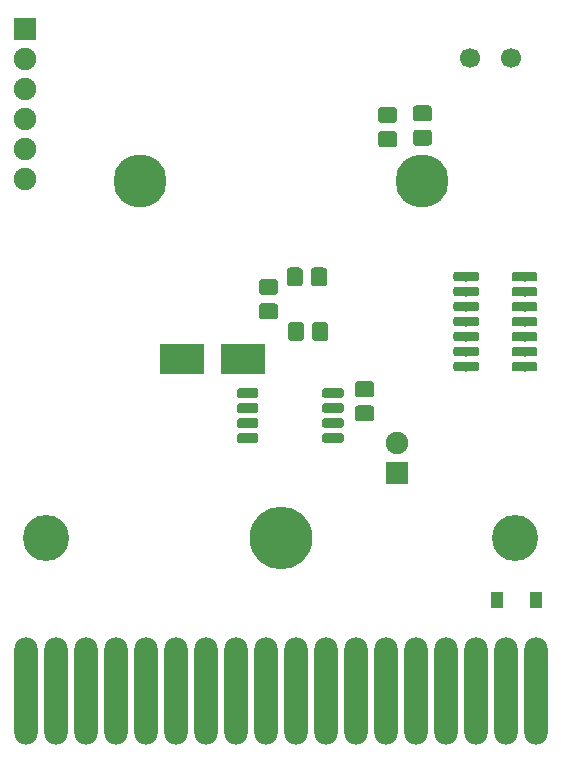
<source format=gts>
G04 #@! TF.GenerationSoftware,KiCad,Pcbnew,(5.1.4-0)*
G04 #@! TF.CreationDate,2019-11-27T14:08:46-06:00*
G04 #@! TF.ProjectId,veccart,76656363-6172-4742-9e6b-696361645f70,rev?*
G04 #@! TF.SameCoordinates,Original*
G04 #@! TF.FileFunction,Soldermask,Top*
G04 #@! TF.FilePolarity,Negative*
%FSLAX46Y46*%
G04 Gerber Fmt 4.6, Leading zero omitted, Abs format (unit mm)*
G04 Created by KiCad (PCBNEW (5.1.4-0)) date 2019-11-27 14:08:46*
%MOMM*%
%LPD*%
G04 APERTURE LIST*
%ADD10C,1.700000*%
%ADD11C,4.500000*%
%ADD12C,3.900000*%
%ADD13C,5.300000*%
%ADD14O,1.900000X1.900000*%
%ADD15R,1.900000X1.900000*%
%ADD16R,3.700000X2.600000*%
%ADD17O,1.978000X9.090000*%
%ADD18C,0.100000*%
%ADD19C,1.350000*%
%ADD20R,1.100000X1.400000*%
%ADD21C,0.800000*%
G04 APERTURE END LIST*
D10*
X161194800Y-76994000D03*
X157694800Y-76994000D03*
D11*
X153628396Y-87398872D03*
X129728396Y-87398872D03*
D12*
X161528397Y-117598872D03*
D13*
X141688396Y-117598872D03*
D14*
X119989600Y-87274400D03*
X119989600Y-84734400D03*
X119989600Y-82194400D03*
X119989600Y-79654400D03*
X119989600Y-77114400D03*
D15*
X119989600Y-74574400D03*
D16*
X133280800Y-102489000D03*
X138480800Y-102489000D03*
D17*
X163278396Y-130598873D03*
X160738396Y-130598873D03*
X158198396Y-130598873D03*
X155658396Y-130598873D03*
X153118396Y-130598873D03*
X150578396Y-130598873D03*
X148038396Y-130598873D03*
X145498396Y-130598873D03*
X142958396Y-130598873D03*
X140418396Y-130598873D03*
X137878396Y-130598873D03*
X135338396Y-130598873D03*
X132798396Y-130598873D03*
X130258396Y-130598873D03*
X127718396Y-130598873D03*
X125178396Y-130598873D03*
X122638396Y-130598873D03*
X120098396Y-130598873D03*
D14*
X151536400Y-109601000D03*
D15*
X151536400Y-112141000D03*
D18*
G36*
X154205289Y-83062813D02*
G01*
X154233778Y-83067039D01*
X154261715Y-83074037D01*
X154288832Y-83083740D01*
X154314867Y-83096053D01*
X154339570Y-83110860D01*
X154362703Y-83128016D01*
X154384043Y-83147357D01*
X154403384Y-83168697D01*
X154420540Y-83191830D01*
X154435347Y-83216533D01*
X154447660Y-83242568D01*
X154457363Y-83269685D01*
X154464361Y-83297622D01*
X154468587Y-83326111D01*
X154470000Y-83354877D01*
X154470000Y-84117923D01*
X154468587Y-84146689D01*
X154464361Y-84175178D01*
X154457363Y-84203115D01*
X154447660Y-84230232D01*
X154435347Y-84256267D01*
X154420540Y-84280970D01*
X154403384Y-84304103D01*
X154384043Y-84325443D01*
X154362703Y-84344784D01*
X154339570Y-84361940D01*
X154314867Y-84376747D01*
X154288832Y-84389060D01*
X154261715Y-84398763D01*
X154233778Y-84405761D01*
X154205289Y-84409987D01*
X154176523Y-84411400D01*
X153163477Y-84411400D01*
X153134711Y-84409987D01*
X153106222Y-84405761D01*
X153078285Y-84398763D01*
X153051168Y-84389060D01*
X153025133Y-84376747D01*
X153000430Y-84361940D01*
X152977297Y-84344784D01*
X152955957Y-84325443D01*
X152936616Y-84304103D01*
X152919460Y-84280970D01*
X152904653Y-84256267D01*
X152892340Y-84230232D01*
X152882637Y-84203115D01*
X152875639Y-84175178D01*
X152871413Y-84146689D01*
X152870000Y-84117923D01*
X152870000Y-83354877D01*
X152871413Y-83326111D01*
X152875639Y-83297622D01*
X152882637Y-83269685D01*
X152892340Y-83242568D01*
X152904653Y-83216533D01*
X152919460Y-83191830D01*
X152936616Y-83168697D01*
X152955957Y-83147357D01*
X152977297Y-83128016D01*
X153000430Y-83110860D01*
X153025133Y-83096053D01*
X153051168Y-83083740D01*
X153078285Y-83074037D01*
X153106222Y-83067039D01*
X153134711Y-83062813D01*
X153163477Y-83061400D01*
X154176523Y-83061400D01*
X154205289Y-83062813D01*
X154205289Y-83062813D01*
G37*
D19*
X153670000Y-83736400D03*
D18*
G36*
X154205289Y-81012813D02*
G01*
X154233778Y-81017039D01*
X154261715Y-81024037D01*
X154288832Y-81033740D01*
X154314867Y-81046053D01*
X154339570Y-81060860D01*
X154362703Y-81078016D01*
X154384043Y-81097357D01*
X154403384Y-81118697D01*
X154420540Y-81141830D01*
X154435347Y-81166533D01*
X154447660Y-81192568D01*
X154457363Y-81219685D01*
X154464361Y-81247622D01*
X154468587Y-81276111D01*
X154470000Y-81304877D01*
X154470000Y-82067923D01*
X154468587Y-82096689D01*
X154464361Y-82125178D01*
X154457363Y-82153115D01*
X154447660Y-82180232D01*
X154435347Y-82206267D01*
X154420540Y-82230970D01*
X154403384Y-82254103D01*
X154384043Y-82275443D01*
X154362703Y-82294784D01*
X154339570Y-82311940D01*
X154314867Y-82326747D01*
X154288832Y-82339060D01*
X154261715Y-82348763D01*
X154233778Y-82355761D01*
X154205289Y-82359987D01*
X154176523Y-82361400D01*
X153163477Y-82361400D01*
X153134711Y-82359987D01*
X153106222Y-82355761D01*
X153078285Y-82348763D01*
X153051168Y-82339060D01*
X153025133Y-82326747D01*
X153000430Y-82311940D01*
X152977297Y-82294784D01*
X152955957Y-82275443D01*
X152936616Y-82254103D01*
X152919460Y-82230970D01*
X152904653Y-82206267D01*
X152892340Y-82180232D01*
X152882637Y-82153115D01*
X152875639Y-82125178D01*
X152871413Y-82096689D01*
X152870000Y-82067923D01*
X152870000Y-81304877D01*
X152871413Y-81276111D01*
X152875639Y-81247622D01*
X152882637Y-81219685D01*
X152892340Y-81192568D01*
X152904653Y-81166533D01*
X152919460Y-81141830D01*
X152936616Y-81118697D01*
X152955957Y-81097357D01*
X152977297Y-81078016D01*
X153000430Y-81060860D01*
X153025133Y-81046053D01*
X153051168Y-81033740D01*
X153078285Y-81024037D01*
X153106222Y-81017039D01*
X153134711Y-81012813D01*
X153163477Y-81011400D01*
X154176523Y-81011400D01*
X154205289Y-81012813D01*
X154205289Y-81012813D01*
G37*
D19*
X153670000Y-81686400D03*
D18*
G36*
X151258889Y-81139813D02*
G01*
X151287378Y-81144039D01*
X151315315Y-81151037D01*
X151342432Y-81160740D01*
X151368467Y-81173053D01*
X151393170Y-81187860D01*
X151416303Y-81205016D01*
X151437643Y-81224357D01*
X151456984Y-81245697D01*
X151474140Y-81268830D01*
X151488947Y-81293533D01*
X151501260Y-81319568D01*
X151510963Y-81346685D01*
X151517961Y-81374622D01*
X151522187Y-81403111D01*
X151523600Y-81431877D01*
X151523600Y-82194923D01*
X151522187Y-82223689D01*
X151517961Y-82252178D01*
X151510963Y-82280115D01*
X151501260Y-82307232D01*
X151488947Y-82333267D01*
X151474140Y-82357970D01*
X151456984Y-82381103D01*
X151437643Y-82402443D01*
X151416303Y-82421784D01*
X151393170Y-82438940D01*
X151368467Y-82453747D01*
X151342432Y-82466060D01*
X151315315Y-82475763D01*
X151287378Y-82482761D01*
X151258889Y-82486987D01*
X151230123Y-82488400D01*
X150217077Y-82488400D01*
X150188311Y-82486987D01*
X150159822Y-82482761D01*
X150131885Y-82475763D01*
X150104768Y-82466060D01*
X150078733Y-82453747D01*
X150054030Y-82438940D01*
X150030897Y-82421784D01*
X150009557Y-82402443D01*
X149990216Y-82381103D01*
X149973060Y-82357970D01*
X149958253Y-82333267D01*
X149945940Y-82307232D01*
X149936237Y-82280115D01*
X149929239Y-82252178D01*
X149925013Y-82223689D01*
X149923600Y-82194923D01*
X149923600Y-81431877D01*
X149925013Y-81403111D01*
X149929239Y-81374622D01*
X149936237Y-81346685D01*
X149945940Y-81319568D01*
X149958253Y-81293533D01*
X149973060Y-81268830D01*
X149990216Y-81245697D01*
X150009557Y-81224357D01*
X150030897Y-81205016D01*
X150054030Y-81187860D01*
X150078733Y-81173053D01*
X150104768Y-81160740D01*
X150131885Y-81151037D01*
X150159822Y-81144039D01*
X150188311Y-81139813D01*
X150217077Y-81138400D01*
X151230123Y-81138400D01*
X151258889Y-81139813D01*
X151258889Y-81139813D01*
G37*
D19*
X150723600Y-81813400D03*
D18*
G36*
X151258889Y-83189813D02*
G01*
X151287378Y-83194039D01*
X151315315Y-83201037D01*
X151342432Y-83210740D01*
X151368467Y-83223053D01*
X151393170Y-83237860D01*
X151416303Y-83255016D01*
X151437643Y-83274357D01*
X151456984Y-83295697D01*
X151474140Y-83318830D01*
X151488947Y-83343533D01*
X151501260Y-83369568D01*
X151510963Y-83396685D01*
X151517961Y-83424622D01*
X151522187Y-83453111D01*
X151523600Y-83481877D01*
X151523600Y-84244923D01*
X151522187Y-84273689D01*
X151517961Y-84302178D01*
X151510963Y-84330115D01*
X151501260Y-84357232D01*
X151488947Y-84383267D01*
X151474140Y-84407970D01*
X151456984Y-84431103D01*
X151437643Y-84452443D01*
X151416303Y-84471784D01*
X151393170Y-84488940D01*
X151368467Y-84503747D01*
X151342432Y-84516060D01*
X151315315Y-84525763D01*
X151287378Y-84532761D01*
X151258889Y-84536987D01*
X151230123Y-84538400D01*
X150217077Y-84538400D01*
X150188311Y-84536987D01*
X150159822Y-84532761D01*
X150131885Y-84525763D01*
X150104768Y-84516060D01*
X150078733Y-84503747D01*
X150054030Y-84488940D01*
X150030897Y-84471784D01*
X150009557Y-84452443D01*
X149990216Y-84431103D01*
X149973060Y-84407970D01*
X149958253Y-84383267D01*
X149945940Y-84357232D01*
X149936237Y-84330115D01*
X149929239Y-84302178D01*
X149925013Y-84273689D01*
X149923600Y-84244923D01*
X149923600Y-83481877D01*
X149925013Y-83453111D01*
X149929239Y-83424622D01*
X149936237Y-83396685D01*
X149945940Y-83369568D01*
X149958253Y-83343533D01*
X149973060Y-83318830D01*
X149990216Y-83295697D01*
X150009557Y-83274357D01*
X150030897Y-83255016D01*
X150054030Y-83237860D01*
X150078733Y-83223053D01*
X150104768Y-83210740D01*
X150131885Y-83201037D01*
X150159822Y-83194039D01*
X150188311Y-83189813D01*
X150217077Y-83188400D01*
X151230123Y-83188400D01*
X151258889Y-83189813D01*
X151258889Y-83189813D01*
G37*
D19*
X150723600Y-83863400D03*
D18*
G36*
X143276289Y-94730813D02*
G01*
X143304778Y-94735039D01*
X143332715Y-94742037D01*
X143359832Y-94751740D01*
X143385867Y-94764053D01*
X143410570Y-94778860D01*
X143433703Y-94796016D01*
X143455043Y-94815357D01*
X143474384Y-94836697D01*
X143491540Y-94859830D01*
X143506347Y-94884533D01*
X143518660Y-94910568D01*
X143528363Y-94937685D01*
X143535361Y-94965622D01*
X143539587Y-94994111D01*
X143541000Y-95022877D01*
X143541000Y-96035923D01*
X143539587Y-96064689D01*
X143535361Y-96093178D01*
X143528363Y-96121115D01*
X143518660Y-96148232D01*
X143506347Y-96174267D01*
X143491540Y-96198970D01*
X143474384Y-96222103D01*
X143455043Y-96243443D01*
X143433703Y-96262784D01*
X143410570Y-96279940D01*
X143385867Y-96294747D01*
X143359832Y-96307060D01*
X143332715Y-96316763D01*
X143304778Y-96323761D01*
X143276289Y-96327987D01*
X143247523Y-96329400D01*
X142484477Y-96329400D01*
X142455711Y-96327987D01*
X142427222Y-96323761D01*
X142399285Y-96316763D01*
X142372168Y-96307060D01*
X142346133Y-96294747D01*
X142321430Y-96279940D01*
X142298297Y-96262784D01*
X142276957Y-96243443D01*
X142257616Y-96222103D01*
X142240460Y-96198970D01*
X142225653Y-96174267D01*
X142213340Y-96148232D01*
X142203637Y-96121115D01*
X142196639Y-96093178D01*
X142192413Y-96064689D01*
X142191000Y-96035923D01*
X142191000Y-95022877D01*
X142192413Y-94994111D01*
X142196639Y-94965622D01*
X142203637Y-94937685D01*
X142213340Y-94910568D01*
X142225653Y-94884533D01*
X142240460Y-94859830D01*
X142257616Y-94836697D01*
X142276957Y-94815357D01*
X142298297Y-94796016D01*
X142321430Y-94778860D01*
X142346133Y-94764053D01*
X142372168Y-94751740D01*
X142399285Y-94742037D01*
X142427222Y-94735039D01*
X142455711Y-94730813D01*
X142484477Y-94729400D01*
X143247523Y-94729400D01*
X143276289Y-94730813D01*
X143276289Y-94730813D01*
G37*
D19*
X142866000Y-95529400D03*
D18*
G36*
X145326289Y-94730813D02*
G01*
X145354778Y-94735039D01*
X145382715Y-94742037D01*
X145409832Y-94751740D01*
X145435867Y-94764053D01*
X145460570Y-94778860D01*
X145483703Y-94796016D01*
X145505043Y-94815357D01*
X145524384Y-94836697D01*
X145541540Y-94859830D01*
X145556347Y-94884533D01*
X145568660Y-94910568D01*
X145578363Y-94937685D01*
X145585361Y-94965622D01*
X145589587Y-94994111D01*
X145591000Y-95022877D01*
X145591000Y-96035923D01*
X145589587Y-96064689D01*
X145585361Y-96093178D01*
X145578363Y-96121115D01*
X145568660Y-96148232D01*
X145556347Y-96174267D01*
X145541540Y-96198970D01*
X145524384Y-96222103D01*
X145505043Y-96243443D01*
X145483703Y-96262784D01*
X145460570Y-96279940D01*
X145435867Y-96294747D01*
X145409832Y-96307060D01*
X145382715Y-96316763D01*
X145354778Y-96323761D01*
X145326289Y-96327987D01*
X145297523Y-96329400D01*
X144534477Y-96329400D01*
X144505711Y-96327987D01*
X144477222Y-96323761D01*
X144449285Y-96316763D01*
X144422168Y-96307060D01*
X144396133Y-96294747D01*
X144371430Y-96279940D01*
X144348297Y-96262784D01*
X144326957Y-96243443D01*
X144307616Y-96222103D01*
X144290460Y-96198970D01*
X144275653Y-96174267D01*
X144263340Y-96148232D01*
X144253637Y-96121115D01*
X144246639Y-96093178D01*
X144242413Y-96064689D01*
X144241000Y-96035923D01*
X144241000Y-95022877D01*
X144242413Y-94994111D01*
X144246639Y-94965622D01*
X144253637Y-94937685D01*
X144263340Y-94910568D01*
X144275653Y-94884533D01*
X144290460Y-94859830D01*
X144307616Y-94836697D01*
X144326957Y-94815357D01*
X144348297Y-94796016D01*
X144371430Y-94778860D01*
X144396133Y-94764053D01*
X144422168Y-94751740D01*
X144449285Y-94742037D01*
X144477222Y-94735039D01*
X144505711Y-94730813D01*
X144534477Y-94729400D01*
X145297523Y-94729400D01*
X145326289Y-94730813D01*
X145326289Y-94730813D01*
G37*
D19*
X144916000Y-95529400D03*
D18*
G36*
X141175089Y-97760413D02*
G01*
X141203578Y-97764639D01*
X141231515Y-97771637D01*
X141258632Y-97781340D01*
X141284667Y-97793653D01*
X141309370Y-97808460D01*
X141332503Y-97825616D01*
X141353843Y-97844957D01*
X141373184Y-97866297D01*
X141390340Y-97889430D01*
X141405147Y-97914133D01*
X141417460Y-97940168D01*
X141427163Y-97967285D01*
X141434161Y-97995222D01*
X141438387Y-98023711D01*
X141439800Y-98052477D01*
X141439800Y-98815523D01*
X141438387Y-98844289D01*
X141434161Y-98872778D01*
X141427163Y-98900715D01*
X141417460Y-98927832D01*
X141405147Y-98953867D01*
X141390340Y-98978570D01*
X141373184Y-99001703D01*
X141353843Y-99023043D01*
X141332503Y-99042384D01*
X141309370Y-99059540D01*
X141284667Y-99074347D01*
X141258632Y-99086660D01*
X141231515Y-99096363D01*
X141203578Y-99103361D01*
X141175089Y-99107587D01*
X141146323Y-99109000D01*
X140133277Y-99109000D01*
X140104511Y-99107587D01*
X140076022Y-99103361D01*
X140048085Y-99096363D01*
X140020968Y-99086660D01*
X139994933Y-99074347D01*
X139970230Y-99059540D01*
X139947097Y-99042384D01*
X139925757Y-99023043D01*
X139906416Y-99001703D01*
X139889260Y-98978570D01*
X139874453Y-98953867D01*
X139862140Y-98927832D01*
X139852437Y-98900715D01*
X139845439Y-98872778D01*
X139841213Y-98844289D01*
X139839800Y-98815523D01*
X139839800Y-98052477D01*
X139841213Y-98023711D01*
X139845439Y-97995222D01*
X139852437Y-97967285D01*
X139862140Y-97940168D01*
X139874453Y-97914133D01*
X139889260Y-97889430D01*
X139906416Y-97866297D01*
X139925757Y-97844957D01*
X139947097Y-97825616D01*
X139970230Y-97808460D01*
X139994933Y-97793653D01*
X140020968Y-97781340D01*
X140048085Y-97771637D01*
X140076022Y-97764639D01*
X140104511Y-97760413D01*
X140133277Y-97759000D01*
X141146323Y-97759000D01*
X141175089Y-97760413D01*
X141175089Y-97760413D01*
G37*
D19*
X140639800Y-98434000D03*
D18*
G36*
X141175089Y-95710413D02*
G01*
X141203578Y-95714639D01*
X141231515Y-95721637D01*
X141258632Y-95731340D01*
X141284667Y-95743653D01*
X141309370Y-95758460D01*
X141332503Y-95775616D01*
X141353843Y-95794957D01*
X141373184Y-95816297D01*
X141390340Y-95839430D01*
X141405147Y-95864133D01*
X141417460Y-95890168D01*
X141427163Y-95917285D01*
X141434161Y-95945222D01*
X141438387Y-95973711D01*
X141439800Y-96002477D01*
X141439800Y-96765523D01*
X141438387Y-96794289D01*
X141434161Y-96822778D01*
X141427163Y-96850715D01*
X141417460Y-96877832D01*
X141405147Y-96903867D01*
X141390340Y-96928570D01*
X141373184Y-96951703D01*
X141353843Y-96973043D01*
X141332503Y-96992384D01*
X141309370Y-97009540D01*
X141284667Y-97024347D01*
X141258632Y-97036660D01*
X141231515Y-97046363D01*
X141203578Y-97053361D01*
X141175089Y-97057587D01*
X141146323Y-97059000D01*
X140133277Y-97059000D01*
X140104511Y-97057587D01*
X140076022Y-97053361D01*
X140048085Y-97046363D01*
X140020968Y-97036660D01*
X139994933Y-97024347D01*
X139970230Y-97009540D01*
X139947097Y-96992384D01*
X139925757Y-96973043D01*
X139906416Y-96951703D01*
X139889260Y-96928570D01*
X139874453Y-96903867D01*
X139862140Y-96877832D01*
X139852437Y-96850715D01*
X139845439Y-96822778D01*
X139841213Y-96794289D01*
X139839800Y-96765523D01*
X139839800Y-96002477D01*
X139841213Y-95973711D01*
X139845439Y-95945222D01*
X139852437Y-95917285D01*
X139862140Y-95890168D01*
X139874453Y-95864133D01*
X139889260Y-95839430D01*
X139906416Y-95816297D01*
X139925757Y-95794957D01*
X139947097Y-95775616D01*
X139970230Y-95758460D01*
X139994933Y-95743653D01*
X140020968Y-95731340D01*
X140048085Y-95721637D01*
X140076022Y-95714639D01*
X140104511Y-95710413D01*
X140133277Y-95709000D01*
X141146323Y-95709000D01*
X141175089Y-95710413D01*
X141175089Y-95710413D01*
G37*
D19*
X140639800Y-96384000D03*
D18*
G36*
X143377889Y-99353613D02*
G01*
X143406378Y-99357839D01*
X143434315Y-99364837D01*
X143461432Y-99374540D01*
X143487467Y-99386853D01*
X143512170Y-99401660D01*
X143535303Y-99418816D01*
X143556643Y-99438157D01*
X143575984Y-99459497D01*
X143593140Y-99482630D01*
X143607947Y-99507333D01*
X143620260Y-99533368D01*
X143629963Y-99560485D01*
X143636961Y-99588422D01*
X143641187Y-99616911D01*
X143642600Y-99645677D01*
X143642600Y-100658723D01*
X143641187Y-100687489D01*
X143636961Y-100715978D01*
X143629963Y-100743915D01*
X143620260Y-100771032D01*
X143607947Y-100797067D01*
X143593140Y-100821770D01*
X143575984Y-100844903D01*
X143556643Y-100866243D01*
X143535303Y-100885584D01*
X143512170Y-100902740D01*
X143487467Y-100917547D01*
X143461432Y-100929860D01*
X143434315Y-100939563D01*
X143406378Y-100946561D01*
X143377889Y-100950787D01*
X143349123Y-100952200D01*
X142586077Y-100952200D01*
X142557311Y-100950787D01*
X142528822Y-100946561D01*
X142500885Y-100939563D01*
X142473768Y-100929860D01*
X142447733Y-100917547D01*
X142423030Y-100902740D01*
X142399897Y-100885584D01*
X142378557Y-100866243D01*
X142359216Y-100844903D01*
X142342060Y-100821770D01*
X142327253Y-100797067D01*
X142314940Y-100771032D01*
X142305237Y-100743915D01*
X142298239Y-100715978D01*
X142294013Y-100687489D01*
X142292600Y-100658723D01*
X142292600Y-99645677D01*
X142294013Y-99616911D01*
X142298239Y-99588422D01*
X142305237Y-99560485D01*
X142314940Y-99533368D01*
X142327253Y-99507333D01*
X142342060Y-99482630D01*
X142359216Y-99459497D01*
X142378557Y-99438157D01*
X142399897Y-99418816D01*
X142423030Y-99401660D01*
X142447733Y-99386853D01*
X142473768Y-99374540D01*
X142500885Y-99364837D01*
X142528822Y-99357839D01*
X142557311Y-99353613D01*
X142586077Y-99352200D01*
X143349123Y-99352200D01*
X143377889Y-99353613D01*
X143377889Y-99353613D01*
G37*
D19*
X142967600Y-100152200D03*
D18*
G36*
X145427889Y-99353613D02*
G01*
X145456378Y-99357839D01*
X145484315Y-99364837D01*
X145511432Y-99374540D01*
X145537467Y-99386853D01*
X145562170Y-99401660D01*
X145585303Y-99418816D01*
X145606643Y-99438157D01*
X145625984Y-99459497D01*
X145643140Y-99482630D01*
X145657947Y-99507333D01*
X145670260Y-99533368D01*
X145679963Y-99560485D01*
X145686961Y-99588422D01*
X145691187Y-99616911D01*
X145692600Y-99645677D01*
X145692600Y-100658723D01*
X145691187Y-100687489D01*
X145686961Y-100715978D01*
X145679963Y-100743915D01*
X145670260Y-100771032D01*
X145657947Y-100797067D01*
X145643140Y-100821770D01*
X145625984Y-100844903D01*
X145606643Y-100866243D01*
X145585303Y-100885584D01*
X145562170Y-100902740D01*
X145537467Y-100917547D01*
X145511432Y-100929860D01*
X145484315Y-100939563D01*
X145456378Y-100946561D01*
X145427889Y-100950787D01*
X145399123Y-100952200D01*
X144636077Y-100952200D01*
X144607311Y-100950787D01*
X144578822Y-100946561D01*
X144550885Y-100939563D01*
X144523768Y-100929860D01*
X144497733Y-100917547D01*
X144473030Y-100902740D01*
X144449897Y-100885584D01*
X144428557Y-100866243D01*
X144409216Y-100844903D01*
X144392060Y-100821770D01*
X144377253Y-100797067D01*
X144364940Y-100771032D01*
X144355237Y-100743915D01*
X144348239Y-100715978D01*
X144344013Y-100687489D01*
X144342600Y-100658723D01*
X144342600Y-99645677D01*
X144344013Y-99616911D01*
X144348239Y-99588422D01*
X144355237Y-99560485D01*
X144364940Y-99533368D01*
X144377253Y-99507333D01*
X144392060Y-99482630D01*
X144409216Y-99459497D01*
X144428557Y-99438157D01*
X144449897Y-99418816D01*
X144473030Y-99401660D01*
X144497733Y-99386853D01*
X144523768Y-99374540D01*
X144550885Y-99364837D01*
X144578822Y-99357839D01*
X144607311Y-99353613D01*
X144636077Y-99352200D01*
X145399123Y-99352200D01*
X145427889Y-99353613D01*
X145427889Y-99353613D01*
G37*
D19*
X145017600Y-100152200D03*
D18*
G36*
X149303089Y-104355412D02*
G01*
X149331578Y-104359638D01*
X149359515Y-104366636D01*
X149386632Y-104376339D01*
X149412667Y-104388652D01*
X149437370Y-104403459D01*
X149460503Y-104420615D01*
X149481843Y-104439956D01*
X149501184Y-104461296D01*
X149518340Y-104484429D01*
X149533147Y-104509132D01*
X149545460Y-104535167D01*
X149555163Y-104562284D01*
X149562161Y-104590221D01*
X149566387Y-104618710D01*
X149567800Y-104647476D01*
X149567800Y-105410522D01*
X149566387Y-105439288D01*
X149562161Y-105467777D01*
X149555163Y-105495714D01*
X149545460Y-105522831D01*
X149533147Y-105548866D01*
X149518340Y-105573569D01*
X149501184Y-105596702D01*
X149481843Y-105618042D01*
X149460503Y-105637383D01*
X149437370Y-105654539D01*
X149412667Y-105669346D01*
X149386632Y-105681659D01*
X149359515Y-105691362D01*
X149331578Y-105698360D01*
X149303089Y-105702586D01*
X149274323Y-105703999D01*
X148261277Y-105703999D01*
X148232511Y-105702586D01*
X148204022Y-105698360D01*
X148176085Y-105691362D01*
X148148968Y-105681659D01*
X148122933Y-105669346D01*
X148098230Y-105654539D01*
X148075097Y-105637383D01*
X148053757Y-105618042D01*
X148034416Y-105596702D01*
X148017260Y-105573569D01*
X148002453Y-105548866D01*
X147990140Y-105522831D01*
X147980437Y-105495714D01*
X147973439Y-105467777D01*
X147969213Y-105439288D01*
X147967800Y-105410522D01*
X147967800Y-104647476D01*
X147969213Y-104618710D01*
X147973439Y-104590221D01*
X147980437Y-104562284D01*
X147990140Y-104535167D01*
X148002453Y-104509132D01*
X148017260Y-104484429D01*
X148034416Y-104461296D01*
X148053757Y-104439956D01*
X148075097Y-104420615D01*
X148098230Y-104403459D01*
X148122933Y-104388652D01*
X148148968Y-104376339D01*
X148176085Y-104366636D01*
X148204022Y-104359638D01*
X148232511Y-104355412D01*
X148261277Y-104353999D01*
X149274323Y-104353999D01*
X149303089Y-104355412D01*
X149303089Y-104355412D01*
G37*
D19*
X148767800Y-105028999D03*
D18*
G36*
X149303089Y-106405412D02*
G01*
X149331578Y-106409638D01*
X149359515Y-106416636D01*
X149386632Y-106426339D01*
X149412667Y-106438652D01*
X149437370Y-106453459D01*
X149460503Y-106470615D01*
X149481843Y-106489956D01*
X149501184Y-106511296D01*
X149518340Y-106534429D01*
X149533147Y-106559132D01*
X149545460Y-106585167D01*
X149555163Y-106612284D01*
X149562161Y-106640221D01*
X149566387Y-106668710D01*
X149567800Y-106697476D01*
X149567800Y-107460522D01*
X149566387Y-107489288D01*
X149562161Y-107517777D01*
X149555163Y-107545714D01*
X149545460Y-107572831D01*
X149533147Y-107598866D01*
X149518340Y-107623569D01*
X149501184Y-107646702D01*
X149481843Y-107668042D01*
X149460503Y-107687383D01*
X149437370Y-107704539D01*
X149412667Y-107719346D01*
X149386632Y-107731659D01*
X149359515Y-107741362D01*
X149331578Y-107748360D01*
X149303089Y-107752586D01*
X149274323Y-107753999D01*
X148261277Y-107753999D01*
X148232511Y-107752586D01*
X148204022Y-107748360D01*
X148176085Y-107741362D01*
X148148968Y-107731659D01*
X148122933Y-107719346D01*
X148098230Y-107704539D01*
X148075097Y-107687383D01*
X148053757Y-107668042D01*
X148034416Y-107646702D01*
X148017260Y-107623569D01*
X148002453Y-107598866D01*
X147990140Y-107572831D01*
X147980437Y-107545714D01*
X147973439Y-107517777D01*
X147969213Y-107489288D01*
X147967800Y-107460522D01*
X147967800Y-106697476D01*
X147969213Y-106668710D01*
X147973439Y-106640221D01*
X147980437Y-106612284D01*
X147990140Y-106585167D01*
X148002453Y-106559132D01*
X148017260Y-106534429D01*
X148034416Y-106511296D01*
X148053757Y-106489956D01*
X148075097Y-106470615D01*
X148098230Y-106453459D01*
X148122933Y-106438652D01*
X148148968Y-106426339D01*
X148176085Y-106416636D01*
X148204022Y-106409638D01*
X148232511Y-106405412D01*
X148261277Y-106403999D01*
X149274323Y-106403999D01*
X149303089Y-106405412D01*
X149303089Y-106405412D01*
G37*
D19*
X148767800Y-107078999D03*
D20*
X163270200Y-122910600D03*
X159970200Y-122910600D03*
D18*
G36*
X139613603Y-108770163D02*
G01*
X139633018Y-108773043D01*
X139652057Y-108777812D01*
X139670537Y-108784424D01*
X139688279Y-108792816D01*
X139705114Y-108802906D01*
X139720879Y-108814598D01*
X139735421Y-108827779D01*
X139748602Y-108842321D01*
X139760294Y-108858086D01*
X139770384Y-108874921D01*
X139778776Y-108892663D01*
X139785388Y-108911143D01*
X139790157Y-108930182D01*
X139793037Y-108949597D01*
X139794000Y-108969200D01*
X139794000Y-109369200D01*
X139793037Y-109388803D01*
X139790157Y-109408218D01*
X139785388Y-109427257D01*
X139778776Y-109445737D01*
X139770384Y-109463479D01*
X139760294Y-109480314D01*
X139748602Y-109496079D01*
X139735421Y-109510621D01*
X139720879Y-109523802D01*
X139705114Y-109535494D01*
X139688279Y-109545584D01*
X139670537Y-109553976D01*
X139652057Y-109560588D01*
X139633018Y-109565357D01*
X139613603Y-109568237D01*
X139594000Y-109569200D01*
X138194000Y-109569200D01*
X138174397Y-109568237D01*
X138154982Y-109565357D01*
X138135943Y-109560588D01*
X138117463Y-109553976D01*
X138099721Y-109545584D01*
X138082886Y-109535494D01*
X138067121Y-109523802D01*
X138052579Y-109510621D01*
X138039398Y-109496079D01*
X138027706Y-109480314D01*
X138017616Y-109463479D01*
X138009224Y-109445737D01*
X138002612Y-109427257D01*
X137997843Y-109408218D01*
X137994963Y-109388803D01*
X137994000Y-109369200D01*
X137994000Y-108969200D01*
X137994963Y-108949597D01*
X137997843Y-108930182D01*
X138002612Y-108911143D01*
X138009224Y-108892663D01*
X138017616Y-108874921D01*
X138027706Y-108858086D01*
X138039398Y-108842321D01*
X138052579Y-108827779D01*
X138067121Y-108814598D01*
X138082886Y-108802906D01*
X138099721Y-108792816D01*
X138117463Y-108784424D01*
X138135943Y-108777812D01*
X138154982Y-108773043D01*
X138174397Y-108770163D01*
X138194000Y-108769200D01*
X139594000Y-108769200D01*
X139613603Y-108770163D01*
X139613603Y-108770163D01*
G37*
D21*
X138894000Y-109169200D03*
D18*
G36*
X139613603Y-107500163D02*
G01*
X139633018Y-107503043D01*
X139652057Y-107507812D01*
X139670537Y-107514424D01*
X139688279Y-107522816D01*
X139705114Y-107532906D01*
X139720879Y-107544598D01*
X139735421Y-107557779D01*
X139748602Y-107572321D01*
X139760294Y-107588086D01*
X139770384Y-107604921D01*
X139778776Y-107622663D01*
X139785388Y-107641143D01*
X139790157Y-107660182D01*
X139793037Y-107679597D01*
X139794000Y-107699200D01*
X139794000Y-108099200D01*
X139793037Y-108118803D01*
X139790157Y-108138218D01*
X139785388Y-108157257D01*
X139778776Y-108175737D01*
X139770384Y-108193479D01*
X139760294Y-108210314D01*
X139748602Y-108226079D01*
X139735421Y-108240621D01*
X139720879Y-108253802D01*
X139705114Y-108265494D01*
X139688279Y-108275584D01*
X139670537Y-108283976D01*
X139652057Y-108290588D01*
X139633018Y-108295357D01*
X139613603Y-108298237D01*
X139594000Y-108299200D01*
X138194000Y-108299200D01*
X138174397Y-108298237D01*
X138154982Y-108295357D01*
X138135943Y-108290588D01*
X138117463Y-108283976D01*
X138099721Y-108275584D01*
X138082886Y-108265494D01*
X138067121Y-108253802D01*
X138052579Y-108240621D01*
X138039398Y-108226079D01*
X138027706Y-108210314D01*
X138017616Y-108193479D01*
X138009224Y-108175737D01*
X138002612Y-108157257D01*
X137997843Y-108138218D01*
X137994963Y-108118803D01*
X137994000Y-108099200D01*
X137994000Y-107699200D01*
X137994963Y-107679597D01*
X137997843Y-107660182D01*
X138002612Y-107641143D01*
X138009224Y-107622663D01*
X138017616Y-107604921D01*
X138027706Y-107588086D01*
X138039398Y-107572321D01*
X138052579Y-107557779D01*
X138067121Y-107544598D01*
X138082886Y-107532906D01*
X138099721Y-107522816D01*
X138117463Y-107514424D01*
X138135943Y-107507812D01*
X138154982Y-107503043D01*
X138174397Y-107500163D01*
X138194000Y-107499200D01*
X139594000Y-107499200D01*
X139613603Y-107500163D01*
X139613603Y-107500163D01*
G37*
D21*
X138894000Y-107899200D03*
D18*
G36*
X139613603Y-106230163D02*
G01*
X139633018Y-106233043D01*
X139652057Y-106237812D01*
X139670537Y-106244424D01*
X139688279Y-106252816D01*
X139705114Y-106262906D01*
X139720879Y-106274598D01*
X139735421Y-106287779D01*
X139748602Y-106302321D01*
X139760294Y-106318086D01*
X139770384Y-106334921D01*
X139778776Y-106352663D01*
X139785388Y-106371143D01*
X139790157Y-106390182D01*
X139793037Y-106409597D01*
X139794000Y-106429200D01*
X139794000Y-106829200D01*
X139793037Y-106848803D01*
X139790157Y-106868218D01*
X139785388Y-106887257D01*
X139778776Y-106905737D01*
X139770384Y-106923479D01*
X139760294Y-106940314D01*
X139748602Y-106956079D01*
X139735421Y-106970621D01*
X139720879Y-106983802D01*
X139705114Y-106995494D01*
X139688279Y-107005584D01*
X139670537Y-107013976D01*
X139652057Y-107020588D01*
X139633018Y-107025357D01*
X139613603Y-107028237D01*
X139594000Y-107029200D01*
X138194000Y-107029200D01*
X138174397Y-107028237D01*
X138154982Y-107025357D01*
X138135943Y-107020588D01*
X138117463Y-107013976D01*
X138099721Y-107005584D01*
X138082886Y-106995494D01*
X138067121Y-106983802D01*
X138052579Y-106970621D01*
X138039398Y-106956079D01*
X138027706Y-106940314D01*
X138017616Y-106923479D01*
X138009224Y-106905737D01*
X138002612Y-106887257D01*
X137997843Y-106868218D01*
X137994963Y-106848803D01*
X137994000Y-106829200D01*
X137994000Y-106429200D01*
X137994963Y-106409597D01*
X137997843Y-106390182D01*
X138002612Y-106371143D01*
X138009224Y-106352663D01*
X138017616Y-106334921D01*
X138027706Y-106318086D01*
X138039398Y-106302321D01*
X138052579Y-106287779D01*
X138067121Y-106274598D01*
X138082886Y-106262906D01*
X138099721Y-106252816D01*
X138117463Y-106244424D01*
X138135943Y-106237812D01*
X138154982Y-106233043D01*
X138174397Y-106230163D01*
X138194000Y-106229200D01*
X139594000Y-106229200D01*
X139613603Y-106230163D01*
X139613603Y-106230163D01*
G37*
D21*
X138894000Y-106629200D03*
D18*
G36*
X139613603Y-104960163D02*
G01*
X139633018Y-104963043D01*
X139652057Y-104967812D01*
X139670537Y-104974424D01*
X139688279Y-104982816D01*
X139705114Y-104992906D01*
X139720879Y-105004598D01*
X139735421Y-105017779D01*
X139748602Y-105032321D01*
X139760294Y-105048086D01*
X139770384Y-105064921D01*
X139778776Y-105082663D01*
X139785388Y-105101143D01*
X139790157Y-105120182D01*
X139793037Y-105139597D01*
X139794000Y-105159200D01*
X139794000Y-105559200D01*
X139793037Y-105578803D01*
X139790157Y-105598218D01*
X139785388Y-105617257D01*
X139778776Y-105635737D01*
X139770384Y-105653479D01*
X139760294Y-105670314D01*
X139748602Y-105686079D01*
X139735421Y-105700621D01*
X139720879Y-105713802D01*
X139705114Y-105725494D01*
X139688279Y-105735584D01*
X139670537Y-105743976D01*
X139652057Y-105750588D01*
X139633018Y-105755357D01*
X139613603Y-105758237D01*
X139594000Y-105759200D01*
X138194000Y-105759200D01*
X138174397Y-105758237D01*
X138154982Y-105755357D01*
X138135943Y-105750588D01*
X138117463Y-105743976D01*
X138099721Y-105735584D01*
X138082886Y-105725494D01*
X138067121Y-105713802D01*
X138052579Y-105700621D01*
X138039398Y-105686079D01*
X138027706Y-105670314D01*
X138017616Y-105653479D01*
X138009224Y-105635737D01*
X138002612Y-105617257D01*
X137997843Y-105598218D01*
X137994963Y-105578803D01*
X137994000Y-105559200D01*
X137994000Y-105159200D01*
X137994963Y-105139597D01*
X137997843Y-105120182D01*
X138002612Y-105101143D01*
X138009224Y-105082663D01*
X138017616Y-105064921D01*
X138027706Y-105048086D01*
X138039398Y-105032321D01*
X138052579Y-105017779D01*
X138067121Y-105004598D01*
X138082886Y-104992906D01*
X138099721Y-104982816D01*
X138117463Y-104974424D01*
X138135943Y-104967812D01*
X138154982Y-104963043D01*
X138174397Y-104960163D01*
X138194000Y-104959200D01*
X139594000Y-104959200D01*
X139613603Y-104960163D01*
X139613603Y-104960163D01*
G37*
D21*
X138894000Y-105359200D03*
D18*
G36*
X146813603Y-104960163D02*
G01*
X146833018Y-104963043D01*
X146852057Y-104967812D01*
X146870537Y-104974424D01*
X146888279Y-104982816D01*
X146905114Y-104992906D01*
X146920879Y-105004598D01*
X146935421Y-105017779D01*
X146948602Y-105032321D01*
X146960294Y-105048086D01*
X146970384Y-105064921D01*
X146978776Y-105082663D01*
X146985388Y-105101143D01*
X146990157Y-105120182D01*
X146993037Y-105139597D01*
X146994000Y-105159200D01*
X146994000Y-105559200D01*
X146993037Y-105578803D01*
X146990157Y-105598218D01*
X146985388Y-105617257D01*
X146978776Y-105635737D01*
X146970384Y-105653479D01*
X146960294Y-105670314D01*
X146948602Y-105686079D01*
X146935421Y-105700621D01*
X146920879Y-105713802D01*
X146905114Y-105725494D01*
X146888279Y-105735584D01*
X146870537Y-105743976D01*
X146852057Y-105750588D01*
X146833018Y-105755357D01*
X146813603Y-105758237D01*
X146794000Y-105759200D01*
X145394000Y-105759200D01*
X145374397Y-105758237D01*
X145354982Y-105755357D01*
X145335943Y-105750588D01*
X145317463Y-105743976D01*
X145299721Y-105735584D01*
X145282886Y-105725494D01*
X145267121Y-105713802D01*
X145252579Y-105700621D01*
X145239398Y-105686079D01*
X145227706Y-105670314D01*
X145217616Y-105653479D01*
X145209224Y-105635737D01*
X145202612Y-105617257D01*
X145197843Y-105598218D01*
X145194963Y-105578803D01*
X145194000Y-105559200D01*
X145194000Y-105159200D01*
X145194963Y-105139597D01*
X145197843Y-105120182D01*
X145202612Y-105101143D01*
X145209224Y-105082663D01*
X145217616Y-105064921D01*
X145227706Y-105048086D01*
X145239398Y-105032321D01*
X145252579Y-105017779D01*
X145267121Y-105004598D01*
X145282886Y-104992906D01*
X145299721Y-104982816D01*
X145317463Y-104974424D01*
X145335943Y-104967812D01*
X145354982Y-104963043D01*
X145374397Y-104960163D01*
X145394000Y-104959200D01*
X146794000Y-104959200D01*
X146813603Y-104960163D01*
X146813603Y-104960163D01*
G37*
D21*
X146094000Y-105359200D03*
D18*
G36*
X146813603Y-106230163D02*
G01*
X146833018Y-106233043D01*
X146852057Y-106237812D01*
X146870537Y-106244424D01*
X146888279Y-106252816D01*
X146905114Y-106262906D01*
X146920879Y-106274598D01*
X146935421Y-106287779D01*
X146948602Y-106302321D01*
X146960294Y-106318086D01*
X146970384Y-106334921D01*
X146978776Y-106352663D01*
X146985388Y-106371143D01*
X146990157Y-106390182D01*
X146993037Y-106409597D01*
X146994000Y-106429200D01*
X146994000Y-106829200D01*
X146993037Y-106848803D01*
X146990157Y-106868218D01*
X146985388Y-106887257D01*
X146978776Y-106905737D01*
X146970384Y-106923479D01*
X146960294Y-106940314D01*
X146948602Y-106956079D01*
X146935421Y-106970621D01*
X146920879Y-106983802D01*
X146905114Y-106995494D01*
X146888279Y-107005584D01*
X146870537Y-107013976D01*
X146852057Y-107020588D01*
X146833018Y-107025357D01*
X146813603Y-107028237D01*
X146794000Y-107029200D01*
X145394000Y-107029200D01*
X145374397Y-107028237D01*
X145354982Y-107025357D01*
X145335943Y-107020588D01*
X145317463Y-107013976D01*
X145299721Y-107005584D01*
X145282886Y-106995494D01*
X145267121Y-106983802D01*
X145252579Y-106970621D01*
X145239398Y-106956079D01*
X145227706Y-106940314D01*
X145217616Y-106923479D01*
X145209224Y-106905737D01*
X145202612Y-106887257D01*
X145197843Y-106868218D01*
X145194963Y-106848803D01*
X145194000Y-106829200D01*
X145194000Y-106429200D01*
X145194963Y-106409597D01*
X145197843Y-106390182D01*
X145202612Y-106371143D01*
X145209224Y-106352663D01*
X145217616Y-106334921D01*
X145227706Y-106318086D01*
X145239398Y-106302321D01*
X145252579Y-106287779D01*
X145267121Y-106274598D01*
X145282886Y-106262906D01*
X145299721Y-106252816D01*
X145317463Y-106244424D01*
X145335943Y-106237812D01*
X145354982Y-106233043D01*
X145374397Y-106230163D01*
X145394000Y-106229200D01*
X146794000Y-106229200D01*
X146813603Y-106230163D01*
X146813603Y-106230163D01*
G37*
D21*
X146094000Y-106629200D03*
D18*
G36*
X146813603Y-107500163D02*
G01*
X146833018Y-107503043D01*
X146852057Y-107507812D01*
X146870537Y-107514424D01*
X146888279Y-107522816D01*
X146905114Y-107532906D01*
X146920879Y-107544598D01*
X146935421Y-107557779D01*
X146948602Y-107572321D01*
X146960294Y-107588086D01*
X146970384Y-107604921D01*
X146978776Y-107622663D01*
X146985388Y-107641143D01*
X146990157Y-107660182D01*
X146993037Y-107679597D01*
X146994000Y-107699200D01*
X146994000Y-108099200D01*
X146993037Y-108118803D01*
X146990157Y-108138218D01*
X146985388Y-108157257D01*
X146978776Y-108175737D01*
X146970384Y-108193479D01*
X146960294Y-108210314D01*
X146948602Y-108226079D01*
X146935421Y-108240621D01*
X146920879Y-108253802D01*
X146905114Y-108265494D01*
X146888279Y-108275584D01*
X146870537Y-108283976D01*
X146852057Y-108290588D01*
X146833018Y-108295357D01*
X146813603Y-108298237D01*
X146794000Y-108299200D01*
X145394000Y-108299200D01*
X145374397Y-108298237D01*
X145354982Y-108295357D01*
X145335943Y-108290588D01*
X145317463Y-108283976D01*
X145299721Y-108275584D01*
X145282886Y-108265494D01*
X145267121Y-108253802D01*
X145252579Y-108240621D01*
X145239398Y-108226079D01*
X145227706Y-108210314D01*
X145217616Y-108193479D01*
X145209224Y-108175737D01*
X145202612Y-108157257D01*
X145197843Y-108138218D01*
X145194963Y-108118803D01*
X145194000Y-108099200D01*
X145194000Y-107699200D01*
X145194963Y-107679597D01*
X145197843Y-107660182D01*
X145202612Y-107641143D01*
X145209224Y-107622663D01*
X145217616Y-107604921D01*
X145227706Y-107588086D01*
X145239398Y-107572321D01*
X145252579Y-107557779D01*
X145267121Y-107544598D01*
X145282886Y-107532906D01*
X145299721Y-107522816D01*
X145317463Y-107514424D01*
X145335943Y-107507812D01*
X145354982Y-107503043D01*
X145374397Y-107500163D01*
X145394000Y-107499200D01*
X146794000Y-107499200D01*
X146813603Y-107500163D01*
X146813603Y-107500163D01*
G37*
D21*
X146094000Y-107899200D03*
D18*
G36*
X146813603Y-108770163D02*
G01*
X146833018Y-108773043D01*
X146852057Y-108777812D01*
X146870537Y-108784424D01*
X146888279Y-108792816D01*
X146905114Y-108802906D01*
X146920879Y-108814598D01*
X146935421Y-108827779D01*
X146948602Y-108842321D01*
X146960294Y-108858086D01*
X146970384Y-108874921D01*
X146978776Y-108892663D01*
X146985388Y-108911143D01*
X146990157Y-108930182D01*
X146993037Y-108949597D01*
X146994000Y-108969200D01*
X146994000Y-109369200D01*
X146993037Y-109388803D01*
X146990157Y-109408218D01*
X146985388Y-109427257D01*
X146978776Y-109445737D01*
X146970384Y-109463479D01*
X146960294Y-109480314D01*
X146948602Y-109496079D01*
X146935421Y-109510621D01*
X146920879Y-109523802D01*
X146905114Y-109535494D01*
X146888279Y-109545584D01*
X146870537Y-109553976D01*
X146852057Y-109560588D01*
X146833018Y-109565357D01*
X146813603Y-109568237D01*
X146794000Y-109569200D01*
X145394000Y-109569200D01*
X145374397Y-109568237D01*
X145354982Y-109565357D01*
X145335943Y-109560588D01*
X145317463Y-109553976D01*
X145299721Y-109545584D01*
X145282886Y-109535494D01*
X145267121Y-109523802D01*
X145252579Y-109510621D01*
X145239398Y-109496079D01*
X145227706Y-109480314D01*
X145217616Y-109463479D01*
X145209224Y-109445737D01*
X145202612Y-109427257D01*
X145197843Y-109408218D01*
X145194963Y-109388803D01*
X145194000Y-109369200D01*
X145194000Y-108969200D01*
X145194963Y-108949597D01*
X145197843Y-108930182D01*
X145202612Y-108911143D01*
X145209224Y-108892663D01*
X145217616Y-108874921D01*
X145227706Y-108858086D01*
X145239398Y-108842321D01*
X145252579Y-108827779D01*
X145267121Y-108814598D01*
X145282886Y-108802906D01*
X145299721Y-108792816D01*
X145317463Y-108784424D01*
X145335943Y-108777812D01*
X145354982Y-108773043D01*
X145374397Y-108770163D01*
X145394000Y-108769200D01*
X146794000Y-108769200D01*
X146813603Y-108770163D01*
X146813603Y-108770163D01*
G37*
D21*
X146094000Y-109169200D03*
D18*
G36*
X158272399Y-102716835D02*
G01*
X158291814Y-102719715D01*
X158310853Y-102724484D01*
X158329333Y-102731096D01*
X158347075Y-102739488D01*
X158363910Y-102749578D01*
X158379675Y-102761270D01*
X158394217Y-102774451D01*
X158407398Y-102788993D01*
X158419090Y-102804758D01*
X158429180Y-102821593D01*
X158437572Y-102839335D01*
X158444184Y-102857815D01*
X158448953Y-102876854D01*
X158451833Y-102896269D01*
X158452796Y-102915872D01*
X158452796Y-103315872D01*
X158451833Y-103335475D01*
X158448953Y-103354890D01*
X158444184Y-103373929D01*
X158437572Y-103392409D01*
X158429180Y-103410151D01*
X158419090Y-103426986D01*
X158407398Y-103442751D01*
X158394217Y-103457293D01*
X158379675Y-103470474D01*
X158363910Y-103482166D01*
X158347075Y-103492256D01*
X158329333Y-103500648D01*
X158310853Y-103507260D01*
X158291814Y-103512029D01*
X158272399Y-103514909D01*
X158252796Y-103515872D01*
X156502796Y-103515872D01*
X156483193Y-103514909D01*
X156463778Y-103512029D01*
X156444739Y-103507260D01*
X156426259Y-103500648D01*
X156408517Y-103492256D01*
X156391682Y-103482166D01*
X156375917Y-103470474D01*
X156361375Y-103457293D01*
X156348194Y-103442751D01*
X156336502Y-103426986D01*
X156326412Y-103410151D01*
X156318020Y-103392409D01*
X156311408Y-103373929D01*
X156306639Y-103354890D01*
X156303759Y-103335475D01*
X156302796Y-103315872D01*
X156302796Y-102915872D01*
X156303759Y-102896269D01*
X156306639Y-102876854D01*
X156311408Y-102857815D01*
X156318020Y-102839335D01*
X156326412Y-102821593D01*
X156336502Y-102804758D01*
X156348194Y-102788993D01*
X156361375Y-102774451D01*
X156375917Y-102761270D01*
X156391682Y-102749578D01*
X156408517Y-102739488D01*
X156426259Y-102731096D01*
X156444739Y-102724484D01*
X156463778Y-102719715D01*
X156483193Y-102716835D01*
X156502796Y-102715872D01*
X158252796Y-102715872D01*
X158272399Y-102716835D01*
X158272399Y-102716835D01*
G37*
D21*
X157377796Y-103115872D03*
D18*
G36*
X158272399Y-101446835D02*
G01*
X158291814Y-101449715D01*
X158310853Y-101454484D01*
X158329333Y-101461096D01*
X158347075Y-101469488D01*
X158363910Y-101479578D01*
X158379675Y-101491270D01*
X158394217Y-101504451D01*
X158407398Y-101518993D01*
X158419090Y-101534758D01*
X158429180Y-101551593D01*
X158437572Y-101569335D01*
X158444184Y-101587815D01*
X158448953Y-101606854D01*
X158451833Y-101626269D01*
X158452796Y-101645872D01*
X158452796Y-102045872D01*
X158451833Y-102065475D01*
X158448953Y-102084890D01*
X158444184Y-102103929D01*
X158437572Y-102122409D01*
X158429180Y-102140151D01*
X158419090Y-102156986D01*
X158407398Y-102172751D01*
X158394217Y-102187293D01*
X158379675Y-102200474D01*
X158363910Y-102212166D01*
X158347075Y-102222256D01*
X158329333Y-102230648D01*
X158310853Y-102237260D01*
X158291814Y-102242029D01*
X158272399Y-102244909D01*
X158252796Y-102245872D01*
X156502796Y-102245872D01*
X156483193Y-102244909D01*
X156463778Y-102242029D01*
X156444739Y-102237260D01*
X156426259Y-102230648D01*
X156408517Y-102222256D01*
X156391682Y-102212166D01*
X156375917Y-102200474D01*
X156361375Y-102187293D01*
X156348194Y-102172751D01*
X156336502Y-102156986D01*
X156326412Y-102140151D01*
X156318020Y-102122409D01*
X156311408Y-102103929D01*
X156306639Y-102084890D01*
X156303759Y-102065475D01*
X156302796Y-102045872D01*
X156302796Y-101645872D01*
X156303759Y-101626269D01*
X156306639Y-101606854D01*
X156311408Y-101587815D01*
X156318020Y-101569335D01*
X156326412Y-101551593D01*
X156336502Y-101534758D01*
X156348194Y-101518993D01*
X156361375Y-101504451D01*
X156375917Y-101491270D01*
X156391682Y-101479578D01*
X156408517Y-101469488D01*
X156426259Y-101461096D01*
X156444739Y-101454484D01*
X156463778Y-101449715D01*
X156483193Y-101446835D01*
X156502796Y-101445872D01*
X158252796Y-101445872D01*
X158272399Y-101446835D01*
X158272399Y-101446835D01*
G37*
D21*
X157377796Y-101845872D03*
D18*
G36*
X158272399Y-100176835D02*
G01*
X158291814Y-100179715D01*
X158310853Y-100184484D01*
X158329333Y-100191096D01*
X158347075Y-100199488D01*
X158363910Y-100209578D01*
X158379675Y-100221270D01*
X158394217Y-100234451D01*
X158407398Y-100248993D01*
X158419090Y-100264758D01*
X158429180Y-100281593D01*
X158437572Y-100299335D01*
X158444184Y-100317815D01*
X158448953Y-100336854D01*
X158451833Y-100356269D01*
X158452796Y-100375872D01*
X158452796Y-100775872D01*
X158451833Y-100795475D01*
X158448953Y-100814890D01*
X158444184Y-100833929D01*
X158437572Y-100852409D01*
X158429180Y-100870151D01*
X158419090Y-100886986D01*
X158407398Y-100902751D01*
X158394217Y-100917293D01*
X158379675Y-100930474D01*
X158363910Y-100942166D01*
X158347075Y-100952256D01*
X158329333Y-100960648D01*
X158310853Y-100967260D01*
X158291814Y-100972029D01*
X158272399Y-100974909D01*
X158252796Y-100975872D01*
X156502796Y-100975872D01*
X156483193Y-100974909D01*
X156463778Y-100972029D01*
X156444739Y-100967260D01*
X156426259Y-100960648D01*
X156408517Y-100952256D01*
X156391682Y-100942166D01*
X156375917Y-100930474D01*
X156361375Y-100917293D01*
X156348194Y-100902751D01*
X156336502Y-100886986D01*
X156326412Y-100870151D01*
X156318020Y-100852409D01*
X156311408Y-100833929D01*
X156306639Y-100814890D01*
X156303759Y-100795475D01*
X156302796Y-100775872D01*
X156302796Y-100375872D01*
X156303759Y-100356269D01*
X156306639Y-100336854D01*
X156311408Y-100317815D01*
X156318020Y-100299335D01*
X156326412Y-100281593D01*
X156336502Y-100264758D01*
X156348194Y-100248993D01*
X156361375Y-100234451D01*
X156375917Y-100221270D01*
X156391682Y-100209578D01*
X156408517Y-100199488D01*
X156426259Y-100191096D01*
X156444739Y-100184484D01*
X156463778Y-100179715D01*
X156483193Y-100176835D01*
X156502796Y-100175872D01*
X158252796Y-100175872D01*
X158272399Y-100176835D01*
X158272399Y-100176835D01*
G37*
D21*
X157377796Y-100575872D03*
D18*
G36*
X158272399Y-98906835D02*
G01*
X158291814Y-98909715D01*
X158310853Y-98914484D01*
X158329333Y-98921096D01*
X158347075Y-98929488D01*
X158363910Y-98939578D01*
X158379675Y-98951270D01*
X158394217Y-98964451D01*
X158407398Y-98978993D01*
X158419090Y-98994758D01*
X158429180Y-99011593D01*
X158437572Y-99029335D01*
X158444184Y-99047815D01*
X158448953Y-99066854D01*
X158451833Y-99086269D01*
X158452796Y-99105872D01*
X158452796Y-99505872D01*
X158451833Y-99525475D01*
X158448953Y-99544890D01*
X158444184Y-99563929D01*
X158437572Y-99582409D01*
X158429180Y-99600151D01*
X158419090Y-99616986D01*
X158407398Y-99632751D01*
X158394217Y-99647293D01*
X158379675Y-99660474D01*
X158363910Y-99672166D01*
X158347075Y-99682256D01*
X158329333Y-99690648D01*
X158310853Y-99697260D01*
X158291814Y-99702029D01*
X158272399Y-99704909D01*
X158252796Y-99705872D01*
X156502796Y-99705872D01*
X156483193Y-99704909D01*
X156463778Y-99702029D01*
X156444739Y-99697260D01*
X156426259Y-99690648D01*
X156408517Y-99682256D01*
X156391682Y-99672166D01*
X156375917Y-99660474D01*
X156361375Y-99647293D01*
X156348194Y-99632751D01*
X156336502Y-99616986D01*
X156326412Y-99600151D01*
X156318020Y-99582409D01*
X156311408Y-99563929D01*
X156306639Y-99544890D01*
X156303759Y-99525475D01*
X156302796Y-99505872D01*
X156302796Y-99105872D01*
X156303759Y-99086269D01*
X156306639Y-99066854D01*
X156311408Y-99047815D01*
X156318020Y-99029335D01*
X156326412Y-99011593D01*
X156336502Y-98994758D01*
X156348194Y-98978993D01*
X156361375Y-98964451D01*
X156375917Y-98951270D01*
X156391682Y-98939578D01*
X156408517Y-98929488D01*
X156426259Y-98921096D01*
X156444739Y-98914484D01*
X156463778Y-98909715D01*
X156483193Y-98906835D01*
X156502796Y-98905872D01*
X158252796Y-98905872D01*
X158272399Y-98906835D01*
X158272399Y-98906835D01*
G37*
D21*
X157377796Y-99305872D03*
D18*
G36*
X158272399Y-97636835D02*
G01*
X158291814Y-97639715D01*
X158310853Y-97644484D01*
X158329333Y-97651096D01*
X158347075Y-97659488D01*
X158363910Y-97669578D01*
X158379675Y-97681270D01*
X158394217Y-97694451D01*
X158407398Y-97708993D01*
X158419090Y-97724758D01*
X158429180Y-97741593D01*
X158437572Y-97759335D01*
X158444184Y-97777815D01*
X158448953Y-97796854D01*
X158451833Y-97816269D01*
X158452796Y-97835872D01*
X158452796Y-98235872D01*
X158451833Y-98255475D01*
X158448953Y-98274890D01*
X158444184Y-98293929D01*
X158437572Y-98312409D01*
X158429180Y-98330151D01*
X158419090Y-98346986D01*
X158407398Y-98362751D01*
X158394217Y-98377293D01*
X158379675Y-98390474D01*
X158363910Y-98402166D01*
X158347075Y-98412256D01*
X158329333Y-98420648D01*
X158310853Y-98427260D01*
X158291814Y-98432029D01*
X158272399Y-98434909D01*
X158252796Y-98435872D01*
X156502796Y-98435872D01*
X156483193Y-98434909D01*
X156463778Y-98432029D01*
X156444739Y-98427260D01*
X156426259Y-98420648D01*
X156408517Y-98412256D01*
X156391682Y-98402166D01*
X156375917Y-98390474D01*
X156361375Y-98377293D01*
X156348194Y-98362751D01*
X156336502Y-98346986D01*
X156326412Y-98330151D01*
X156318020Y-98312409D01*
X156311408Y-98293929D01*
X156306639Y-98274890D01*
X156303759Y-98255475D01*
X156302796Y-98235872D01*
X156302796Y-97835872D01*
X156303759Y-97816269D01*
X156306639Y-97796854D01*
X156311408Y-97777815D01*
X156318020Y-97759335D01*
X156326412Y-97741593D01*
X156336502Y-97724758D01*
X156348194Y-97708993D01*
X156361375Y-97694451D01*
X156375917Y-97681270D01*
X156391682Y-97669578D01*
X156408517Y-97659488D01*
X156426259Y-97651096D01*
X156444739Y-97644484D01*
X156463778Y-97639715D01*
X156483193Y-97636835D01*
X156502796Y-97635872D01*
X158252796Y-97635872D01*
X158272399Y-97636835D01*
X158272399Y-97636835D01*
G37*
D21*
X157377796Y-98035872D03*
D18*
G36*
X158272399Y-96366835D02*
G01*
X158291814Y-96369715D01*
X158310853Y-96374484D01*
X158329333Y-96381096D01*
X158347075Y-96389488D01*
X158363910Y-96399578D01*
X158379675Y-96411270D01*
X158394217Y-96424451D01*
X158407398Y-96438993D01*
X158419090Y-96454758D01*
X158429180Y-96471593D01*
X158437572Y-96489335D01*
X158444184Y-96507815D01*
X158448953Y-96526854D01*
X158451833Y-96546269D01*
X158452796Y-96565872D01*
X158452796Y-96965872D01*
X158451833Y-96985475D01*
X158448953Y-97004890D01*
X158444184Y-97023929D01*
X158437572Y-97042409D01*
X158429180Y-97060151D01*
X158419090Y-97076986D01*
X158407398Y-97092751D01*
X158394217Y-97107293D01*
X158379675Y-97120474D01*
X158363910Y-97132166D01*
X158347075Y-97142256D01*
X158329333Y-97150648D01*
X158310853Y-97157260D01*
X158291814Y-97162029D01*
X158272399Y-97164909D01*
X158252796Y-97165872D01*
X156502796Y-97165872D01*
X156483193Y-97164909D01*
X156463778Y-97162029D01*
X156444739Y-97157260D01*
X156426259Y-97150648D01*
X156408517Y-97142256D01*
X156391682Y-97132166D01*
X156375917Y-97120474D01*
X156361375Y-97107293D01*
X156348194Y-97092751D01*
X156336502Y-97076986D01*
X156326412Y-97060151D01*
X156318020Y-97042409D01*
X156311408Y-97023929D01*
X156306639Y-97004890D01*
X156303759Y-96985475D01*
X156302796Y-96965872D01*
X156302796Y-96565872D01*
X156303759Y-96546269D01*
X156306639Y-96526854D01*
X156311408Y-96507815D01*
X156318020Y-96489335D01*
X156326412Y-96471593D01*
X156336502Y-96454758D01*
X156348194Y-96438993D01*
X156361375Y-96424451D01*
X156375917Y-96411270D01*
X156391682Y-96399578D01*
X156408517Y-96389488D01*
X156426259Y-96381096D01*
X156444739Y-96374484D01*
X156463778Y-96369715D01*
X156483193Y-96366835D01*
X156502796Y-96365872D01*
X158252796Y-96365872D01*
X158272399Y-96366835D01*
X158272399Y-96366835D01*
G37*
D21*
X157377796Y-96765872D03*
D18*
G36*
X158272399Y-95096835D02*
G01*
X158291814Y-95099715D01*
X158310853Y-95104484D01*
X158329333Y-95111096D01*
X158347075Y-95119488D01*
X158363910Y-95129578D01*
X158379675Y-95141270D01*
X158394217Y-95154451D01*
X158407398Y-95168993D01*
X158419090Y-95184758D01*
X158429180Y-95201593D01*
X158437572Y-95219335D01*
X158444184Y-95237815D01*
X158448953Y-95256854D01*
X158451833Y-95276269D01*
X158452796Y-95295872D01*
X158452796Y-95695872D01*
X158451833Y-95715475D01*
X158448953Y-95734890D01*
X158444184Y-95753929D01*
X158437572Y-95772409D01*
X158429180Y-95790151D01*
X158419090Y-95806986D01*
X158407398Y-95822751D01*
X158394217Y-95837293D01*
X158379675Y-95850474D01*
X158363910Y-95862166D01*
X158347075Y-95872256D01*
X158329333Y-95880648D01*
X158310853Y-95887260D01*
X158291814Y-95892029D01*
X158272399Y-95894909D01*
X158252796Y-95895872D01*
X156502796Y-95895872D01*
X156483193Y-95894909D01*
X156463778Y-95892029D01*
X156444739Y-95887260D01*
X156426259Y-95880648D01*
X156408517Y-95872256D01*
X156391682Y-95862166D01*
X156375917Y-95850474D01*
X156361375Y-95837293D01*
X156348194Y-95822751D01*
X156336502Y-95806986D01*
X156326412Y-95790151D01*
X156318020Y-95772409D01*
X156311408Y-95753929D01*
X156306639Y-95734890D01*
X156303759Y-95715475D01*
X156302796Y-95695872D01*
X156302796Y-95295872D01*
X156303759Y-95276269D01*
X156306639Y-95256854D01*
X156311408Y-95237815D01*
X156318020Y-95219335D01*
X156326412Y-95201593D01*
X156336502Y-95184758D01*
X156348194Y-95168993D01*
X156361375Y-95154451D01*
X156375917Y-95141270D01*
X156391682Y-95129578D01*
X156408517Y-95119488D01*
X156426259Y-95111096D01*
X156444739Y-95104484D01*
X156463778Y-95099715D01*
X156483193Y-95096835D01*
X156502796Y-95095872D01*
X158252796Y-95095872D01*
X158272399Y-95096835D01*
X158272399Y-95096835D01*
G37*
D21*
X157377796Y-95495872D03*
D18*
G36*
X163222399Y-95096835D02*
G01*
X163241814Y-95099715D01*
X163260853Y-95104484D01*
X163279333Y-95111096D01*
X163297075Y-95119488D01*
X163313910Y-95129578D01*
X163329675Y-95141270D01*
X163344217Y-95154451D01*
X163357398Y-95168993D01*
X163369090Y-95184758D01*
X163379180Y-95201593D01*
X163387572Y-95219335D01*
X163394184Y-95237815D01*
X163398953Y-95256854D01*
X163401833Y-95276269D01*
X163402796Y-95295872D01*
X163402796Y-95695872D01*
X163401833Y-95715475D01*
X163398953Y-95734890D01*
X163394184Y-95753929D01*
X163387572Y-95772409D01*
X163379180Y-95790151D01*
X163369090Y-95806986D01*
X163357398Y-95822751D01*
X163344217Y-95837293D01*
X163329675Y-95850474D01*
X163313910Y-95862166D01*
X163297075Y-95872256D01*
X163279333Y-95880648D01*
X163260853Y-95887260D01*
X163241814Y-95892029D01*
X163222399Y-95894909D01*
X163202796Y-95895872D01*
X161452796Y-95895872D01*
X161433193Y-95894909D01*
X161413778Y-95892029D01*
X161394739Y-95887260D01*
X161376259Y-95880648D01*
X161358517Y-95872256D01*
X161341682Y-95862166D01*
X161325917Y-95850474D01*
X161311375Y-95837293D01*
X161298194Y-95822751D01*
X161286502Y-95806986D01*
X161276412Y-95790151D01*
X161268020Y-95772409D01*
X161261408Y-95753929D01*
X161256639Y-95734890D01*
X161253759Y-95715475D01*
X161252796Y-95695872D01*
X161252796Y-95295872D01*
X161253759Y-95276269D01*
X161256639Y-95256854D01*
X161261408Y-95237815D01*
X161268020Y-95219335D01*
X161276412Y-95201593D01*
X161286502Y-95184758D01*
X161298194Y-95168993D01*
X161311375Y-95154451D01*
X161325917Y-95141270D01*
X161341682Y-95129578D01*
X161358517Y-95119488D01*
X161376259Y-95111096D01*
X161394739Y-95104484D01*
X161413778Y-95099715D01*
X161433193Y-95096835D01*
X161452796Y-95095872D01*
X163202796Y-95095872D01*
X163222399Y-95096835D01*
X163222399Y-95096835D01*
G37*
D21*
X162327796Y-95495872D03*
D18*
G36*
X163222399Y-96366835D02*
G01*
X163241814Y-96369715D01*
X163260853Y-96374484D01*
X163279333Y-96381096D01*
X163297075Y-96389488D01*
X163313910Y-96399578D01*
X163329675Y-96411270D01*
X163344217Y-96424451D01*
X163357398Y-96438993D01*
X163369090Y-96454758D01*
X163379180Y-96471593D01*
X163387572Y-96489335D01*
X163394184Y-96507815D01*
X163398953Y-96526854D01*
X163401833Y-96546269D01*
X163402796Y-96565872D01*
X163402796Y-96965872D01*
X163401833Y-96985475D01*
X163398953Y-97004890D01*
X163394184Y-97023929D01*
X163387572Y-97042409D01*
X163379180Y-97060151D01*
X163369090Y-97076986D01*
X163357398Y-97092751D01*
X163344217Y-97107293D01*
X163329675Y-97120474D01*
X163313910Y-97132166D01*
X163297075Y-97142256D01*
X163279333Y-97150648D01*
X163260853Y-97157260D01*
X163241814Y-97162029D01*
X163222399Y-97164909D01*
X163202796Y-97165872D01*
X161452796Y-97165872D01*
X161433193Y-97164909D01*
X161413778Y-97162029D01*
X161394739Y-97157260D01*
X161376259Y-97150648D01*
X161358517Y-97142256D01*
X161341682Y-97132166D01*
X161325917Y-97120474D01*
X161311375Y-97107293D01*
X161298194Y-97092751D01*
X161286502Y-97076986D01*
X161276412Y-97060151D01*
X161268020Y-97042409D01*
X161261408Y-97023929D01*
X161256639Y-97004890D01*
X161253759Y-96985475D01*
X161252796Y-96965872D01*
X161252796Y-96565872D01*
X161253759Y-96546269D01*
X161256639Y-96526854D01*
X161261408Y-96507815D01*
X161268020Y-96489335D01*
X161276412Y-96471593D01*
X161286502Y-96454758D01*
X161298194Y-96438993D01*
X161311375Y-96424451D01*
X161325917Y-96411270D01*
X161341682Y-96399578D01*
X161358517Y-96389488D01*
X161376259Y-96381096D01*
X161394739Y-96374484D01*
X161413778Y-96369715D01*
X161433193Y-96366835D01*
X161452796Y-96365872D01*
X163202796Y-96365872D01*
X163222399Y-96366835D01*
X163222399Y-96366835D01*
G37*
D21*
X162327796Y-96765872D03*
D18*
G36*
X163222399Y-97636835D02*
G01*
X163241814Y-97639715D01*
X163260853Y-97644484D01*
X163279333Y-97651096D01*
X163297075Y-97659488D01*
X163313910Y-97669578D01*
X163329675Y-97681270D01*
X163344217Y-97694451D01*
X163357398Y-97708993D01*
X163369090Y-97724758D01*
X163379180Y-97741593D01*
X163387572Y-97759335D01*
X163394184Y-97777815D01*
X163398953Y-97796854D01*
X163401833Y-97816269D01*
X163402796Y-97835872D01*
X163402796Y-98235872D01*
X163401833Y-98255475D01*
X163398953Y-98274890D01*
X163394184Y-98293929D01*
X163387572Y-98312409D01*
X163379180Y-98330151D01*
X163369090Y-98346986D01*
X163357398Y-98362751D01*
X163344217Y-98377293D01*
X163329675Y-98390474D01*
X163313910Y-98402166D01*
X163297075Y-98412256D01*
X163279333Y-98420648D01*
X163260853Y-98427260D01*
X163241814Y-98432029D01*
X163222399Y-98434909D01*
X163202796Y-98435872D01*
X161452796Y-98435872D01*
X161433193Y-98434909D01*
X161413778Y-98432029D01*
X161394739Y-98427260D01*
X161376259Y-98420648D01*
X161358517Y-98412256D01*
X161341682Y-98402166D01*
X161325917Y-98390474D01*
X161311375Y-98377293D01*
X161298194Y-98362751D01*
X161286502Y-98346986D01*
X161276412Y-98330151D01*
X161268020Y-98312409D01*
X161261408Y-98293929D01*
X161256639Y-98274890D01*
X161253759Y-98255475D01*
X161252796Y-98235872D01*
X161252796Y-97835872D01*
X161253759Y-97816269D01*
X161256639Y-97796854D01*
X161261408Y-97777815D01*
X161268020Y-97759335D01*
X161276412Y-97741593D01*
X161286502Y-97724758D01*
X161298194Y-97708993D01*
X161311375Y-97694451D01*
X161325917Y-97681270D01*
X161341682Y-97669578D01*
X161358517Y-97659488D01*
X161376259Y-97651096D01*
X161394739Y-97644484D01*
X161413778Y-97639715D01*
X161433193Y-97636835D01*
X161452796Y-97635872D01*
X163202796Y-97635872D01*
X163222399Y-97636835D01*
X163222399Y-97636835D01*
G37*
D21*
X162327796Y-98035872D03*
D18*
G36*
X163222399Y-98906835D02*
G01*
X163241814Y-98909715D01*
X163260853Y-98914484D01*
X163279333Y-98921096D01*
X163297075Y-98929488D01*
X163313910Y-98939578D01*
X163329675Y-98951270D01*
X163344217Y-98964451D01*
X163357398Y-98978993D01*
X163369090Y-98994758D01*
X163379180Y-99011593D01*
X163387572Y-99029335D01*
X163394184Y-99047815D01*
X163398953Y-99066854D01*
X163401833Y-99086269D01*
X163402796Y-99105872D01*
X163402796Y-99505872D01*
X163401833Y-99525475D01*
X163398953Y-99544890D01*
X163394184Y-99563929D01*
X163387572Y-99582409D01*
X163379180Y-99600151D01*
X163369090Y-99616986D01*
X163357398Y-99632751D01*
X163344217Y-99647293D01*
X163329675Y-99660474D01*
X163313910Y-99672166D01*
X163297075Y-99682256D01*
X163279333Y-99690648D01*
X163260853Y-99697260D01*
X163241814Y-99702029D01*
X163222399Y-99704909D01*
X163202796Y-99705872D01*
X161452796Y-99705872D01*
X161433193Y-99704909D01*
X161413778Y-99702029D01*
X161394739Y-99697260D01*
X161376259Y-99690648D01*
X161358517Y-99682256D01*
X161341682Y-99672166D01*
X161325917Y-99660474D01*
X161311375Y-99647293D01*
X161298194Y-99632751D01*
X161286502Y-99616986D01*
X161276412Y-99600151D01*
X161268020Y-99582409D01*
X161261408Y-99563929D01*
X161256639Y-99544890D01*
X161253759Y-99525475D01*
X161252796Y-99505872D01*
X161252796Y-99105872D01*
X161253759Y-99086269D01*
X161256639Y-99066854D01*
X161261408Y-99047815D01*
X161268020Y-99029335D01*
X161276412Y-99011593D01*
X161286502Y-98994758D01*
X161298194Y-98978993D01*
X161311375Y-98964451D01*
X161325917Y-98951270D01*
X161341682Y-98939578D01*
X161358517Y-98929488D01*
X161376259Y-98921096D01*
X161394739Y-98914484D01*
X161413778Y-98909715D01*
X161433193Y-98906835D01*
X161452796Y-98905872D01*
X163202796Y-98905872D01*
X163222399Y-98906835D01*
X163222399Y-98906835D01*
G37*
D21*
X162327796Y-99305872D03*
D18*
G36*
X163222399Y-100176835D02*
G01*
X163241814Y-100179715D01*
X163260853Y-100184484D01*
X163279333Y-100191096D01*
X163297075Y-100199488D01*
X163313910Y-100209578D01*
X163329675Y-100221270D01*
X163344217Y-100234451D01*
X163357398Y-100248993D01*
X163369090Y-100264758D01*
X163379180Y-100281593D01*
X163387572Y-100299335D01*
X163394184Y-100317815D01*
X163398953Y-100336854D01*
X163401833Y-100356269D01*
X163402796Y-100375872D01*
X163402796Y-100775872D01*
X163401833Y-100795475D01*
X163398953Y-100814890D01*
X163394184Y-100833929D01*
X163387572Y-100852409D01*
X163379180Y-100870151D01*
X163369090Y-100886986D01*
X163357398Y-100902751D01*
X163344217Y-100917293D01*
X163329675Y-100930474D01*
X163313910Y-100942166D01*
X163297075Y-100952256D01*
X163279333Y-100960648D01*
X163260853Y-100967260D01*
X163241814Y-100972029D01*
X163222399Y-100974909D01*
X163202796Y-100975872D01*
X161452796Y-100975872D01*
X161433193Y-100974909D01*
X161413778Y-100972029D01*
X161394739Y-100967260D01*
X161376259Y-100960648D01*
X161358517Y-100952256D01*
X161341682Y-100942166D01*
X161325917Y-100930474D01*
X161311375Y-100917293D01*
X161298194Y-100902751D01*
X161286502Y-100886986D01*
X161276412Y-100870151D01*
X161268020Y-100852409D01*
X161261408Y-100833929D01*
X161256639Y-100814890D01*
X161253759Y-100795475D01*
X161252796Y-100775872D01*
X161252796Y-100375872D01*
X161253759Y-100356269D01*
X161256639Y-100336854D01*
X161261408Y-100317815D01*
X161268020Y-100299335D01*
X161276412Y-100281593D01*
X161286502Y-100264758D01*
X161298194Y-100248993D01*
X161311375Y-100234451D01*
X161325917Y-100221270D01*
X161341682Y-100209578D01*
X161358517Y-100199488D01*
X161376259Y-100191096D01*
X161394739Y-100184484D01*
X161413778Y-100179715D01*
X161433193Y-100176835D01*
X161452796Y-100175872D01*
X163202796Y-100175872D01*
X163222399Y-100176835D01*
X163222399Y-100176835D01*
G37*
D21*
X162327796Y-100575872D03*
D18*
G36*
X163222399Y-101446835D02*
G01*
X163241814Y-101449715D01*
X163260853Y-101454484D01*
X163279333Y-101461096D01*
X163297075Y-101469488D01*
X163313910Y-101479578D01*
X163329675Y-101491270D01*
X163344217Y-101504451D01*
X163357398Y-101518993D01*
X163369090Y-101534758D01*
X163379180Y-101551593D01*
X163387572Y-101569335D01*
X163394184Y-101587815D01*
X163398953Y-101606854D01*
X163401833Y-101626269D01*
X163402796Y-101645872D01*
X163402796Y-102045872D01*
X163401833Y-102065475D01*
X163398953Y-102084890D01*
X163394184Y-102103929D01*
X163387572Y-102122409D01*
X163379180Y-102140151D01*
X163369090Y-102156986D01*
X163357398Y-102172751D01*
X163344217Y-102187293D01*
X163329675Y-102200474D01*
X163313910Y-102212166D01*
X163297075Y-102222256D01*
X163279333Y-102230648D01*
X163260853Y-102237260D01*
X163241814Y-102242029D01*
X163222399Y-102244909D01*
X163202796Y-102245872D01*
X161452796Y-102245872D01*
X161433193Y-102244909D01*
X161413778Y-102242029D01*
X161394739Y-102237260D01*
X161376259Y-102230648D01*
X161358517Y-102222256D01*
X161341682Y-102212166D01*
X161325917Y-102200474D01*
X161311375Y-102187293D01*
X161298194Y-102172751D01*
X161286502Y-102156986D01*
X161276412Y-102140151D01*
X161268020Y-102122409D01*
X161261408Y-102103929D01*
X161256639Y-102084890D01*
X161253759Y-102065475D01*
X161252796Y-102045872D01*
X161252796Y-101645872D01*
X161253759Y-101626269D01*
X161256639Y-101606854D01*
X161261408Y-101587815D01*
X161268020Y-101569335D01*
X161276412Y-101551593D01*
X161286502Y-101534758D01*
X161298194Y-101518993D01*
X161311375Y-101504451D01*
X161325917Y-101491270D01*
X161341682Y-101479578D01*
X161358517Y-101469488D01*
X161376259Y-101461096D01*
X161394739Y-101454484D01*
X161413778Y-101449715D01*
X161433193Y-101446835D01*
X161452796Y-101445872D01*
X163202796Y-101445872D01*
X163222399Y-101446835D01*
X163222399Y-101446835D01*
G37*
D21*
X162327796Y-101845872D03*
D18*
G36*
X163222399Y-102716835D02*
G01*
X163241814Y-102719715D01*
X163260853Y-102724484D01*
X163279333Y-102731096D01*
X163297075Y-102739488D01*
X163313910Y-102749578D01*
X163329675Y-102761270D01*
X163344217Y-102774451D01*
X163357398Y-102788993D01*
X163369090Y-102804758D01*
X163379180Y-102821593D01*
X163387572Y-102839335D01*
X163394184Y-102857815D01*
X163398953Y-102876854D01*
X163401833Y-102896269D01*
X163402796Y-102915872D01*
X163402796Y-103315872D01*
X163401833Y-103335475D01*
X163398953Y-103354890D01*
X163394184Y-103373929D01*
X163387572Y-103392409D01*
X163379180Y-103410151D01*
X163369090Y-103426986D01*
X163357398Y-103442751D01*
X163344217Y-103457293D01*
X163329675Y-103470474D01*
X163313910Y-103482166D01*
X163297075Y-103492256D01*
X163279333Y-103500648D01*
X163260853Y-103507260D01*
X163241814Y-103512029D01*
X163222399Y-103514909D01*
X163202796Y-103515872D01*
X161452796Y-103515872D01*
X161433193Y-103514909D01*
X161413778Y-103512029D01*
X161394739Y-103507260D01*
X161376259Y-103500648D01*
X161358517Y-103492256D01*
X161341682Y-103482166D01*
X161325917Y-103470474D01*
X161311375Y-103457293D01*
X161298194Y-103442751D01*
X161286502Y-103426986D01*
X161276412Y-103410151D01*
X161268020Y-103392409D01*
X161261408Y-103373929D01*
X161256639Y-103354890D01*
X161253759Y-103335475D01*
X161252796Y-103315872D01*
X161252796Y-102915872D01*
X161253759Y-102896269D01*
X161256639Y-102876854D01*
X161261408Y-102857815D01*
X161268020Y-102839335D01*
X161276412Y-102821593D01*
X161286502Y-102804758D01*
X161298194Y-102788993D01*
X161311375Y-102774451D01*
X161325917Y-102761270D01*
X161341682Y-102749578D01*
X161358517Y-102739488D01*
X161376259Y-102731096D01*
X161394739Y-102724484D01*
X161413778Y-102719715D01*
X161433193Y-102716835D01*
X161452796Y-102715872D01*
X163202796Y-102715872D01*
X163222399Y-102716835D01*
X163222399Y-102716835D01*
G37*
D21*
X162327796Y-103115872D03*
D12*
X121828396Y-117598872D03*
M02*

</source>
